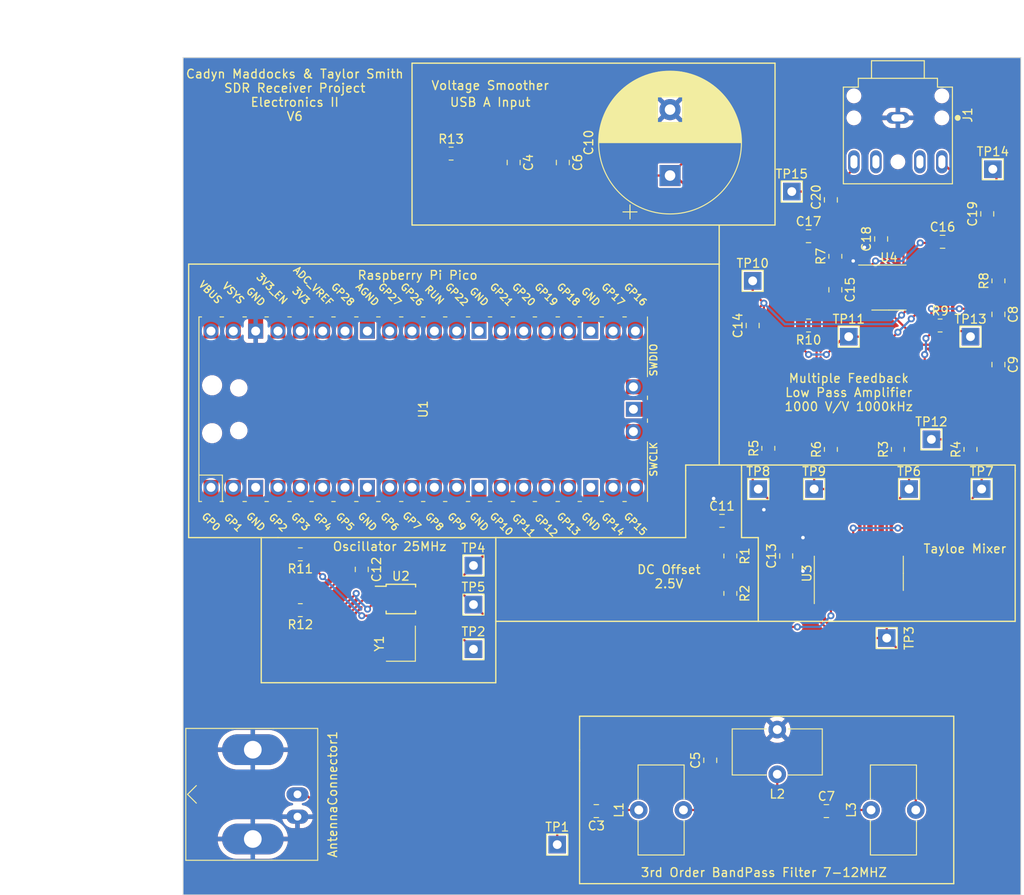
<source format=kicad_pcb>
(kicad_pcb (version 20211014) (generator pcbnew)
  (layers (0 "F.Cu" signal) (31 "B.Cu" signal) (34 "B.Paste" user) (35 "F.Paste" user) (36 "B.SilkS" user "B.Silkscreen") (37 "F.SilkS" user "F.Silkscreen") (38 "B.Mask" user) (39 "F.Mask" user) (44 "Edge.Cuts" user))
  (net 0 "")
  (net 1 "GND")
  (net 2 "Net-(AntennaConnector1-Pad1)")
  (net 3 "Smoothed 5V")
  (net 4 "Net-(C3-Pad1)")
  (net 5 "Net-(C5-Pad1)")
  (net 6 "Net-(C7-Pad2)")
  (net 7 "Net-(C8-Pad1)")
  (net 8 "Net-(C9-Pad1)")
  (net 9 "+3V3")
  (net 10 "Net-(C14-Pad2)")
  (net 11 "Net-(C15-Pad2)")
  (net 12 "Net-(C16-Pad1)")
  (net 13 "Net-(C16-Pad2)")
  (net 14 "Net-(C17-Pad1)")
  (net 15 "Net-(C17-Pad2)")
  (net 16 "/I signal")
  (net 17 "/Q signal")
  (net 18 "Net-(L3-Pad2)")
  (net 19 "/0 degrees")
  (net 20 "/180 degrees")
  (net 21 "/270 degrees")
  (net 22 "/90 degrees")
  (net 23 "/SDA")
  (net 24 "/SCL")
  (net 25 "Net-(TP2-Pad1)")
  (net 26 "Net-(TP4-Pad1)")
  (net 27 "Net-(TP5-Pad1)")
  (net 65 "Net-(U2-Pad2)")
  (net 66 "Net-(U2-Pad3)")
  (net 67 "5V")
  (footprint "Resistor_SMD:R_0805_2012Metric" (layer "F.Cu") (at 121.92 74.93 180)
    (fp_text reference "R10")
    (fp_text value "51")
  )
  (footprint "Resistor_SMD:R_0805_2012Metric" (layer "F.Cu") (at 140.335 89.027 90)
    (fp_text reference "R4")
    (fp_text value "51")
  )
  (footprint "Capacitor_SMD:C_0805_2012Metric" (layer "F.Cu") (at 71.12 102.682 -90)
    (fp_text reference "C12")
    (fp_text value "0.1u")
  )
  (footprint "Crystal:Crystal_SMD_TXC_7M-4Pin_3.2x2.5mm" (layer "F.Cu") (at 75.565 111.125 90)
    (fp_text reference "Y1")
    (fp_text value "CX3225SB 25MHz")
  )
  (footprint "Capacitor_SMD:C_0805_2012Metric" (layer "F.Cu") (at 124.46 60.64 90)
    (fp_text reference "C20")
    (fp_text value "10uF")
  )
  (footprint "Capacitor_SMD:C_0805_2012Metric" (layer "F.Cu") (at 97.79 130.175 180)
    (fp_text reference "C3")
    (fp_text value "130pF")
  )
  (footprint "Resistor_SMD:R_0805_2012Metric" (layer "F.Cu") (at 81.28 55.372)
    (fp_text reference "R13")
    (fp_text value "1")
  )
  (footprint "Resistor_SMD:R_0805_2012Metric" (layer "F.Cu") (at 136.8825 74.93)
    (fp_text reference "R9")
    (fp_text value "51")
  )
  (footprint "TestPoint:TestPoint_THTPad_2.0x2.0mm_Drill1.0mm" (layer "F.Cu") (at 126.492 76.2)
    (fp_text reference "TP11")
    (fp_text value "TestPoint")
  )
  (footprint "CUI_SJ1-3225N:CUI_SJ1-3525N" (layer "F.Cu") (at 132.08 51.308 -90)
    (fp_text reference "J1")
    (fp_text value "SJ1-3525N")
  )
  (footprint "Capacitor_SMD:C_0805_2012Metric" (layer "F.Cu") (at 143.51 79.375 -90)
    (fp_text reference "C9")
    (fp_text value "6.8n")
  )
  (footprint "Resistor_SMD:R_0805_2012Metric" (layer "F.Cu") (at 143.51 69.85 90)
    (fp_text reference "R8")
    (fp_text value "5.1k")
  )
  (footprint "Resistor_SMD:R_0805_2012Metric" (layer "F.Cu") (at 117.348 88.9 90)
    (fp_text reference "R5")
    (fp_text value "51")
  )
  (footprint "Capacitor_SMD:C_0805_2012Metric" (layer "F.Cu") (at 123.952 130.175)
    (fp_text reference "C7")
    (fp_text value "130pF")
  )
  (footprint "Capacitor_SMD:C_0805_2012Metric" (layer "F.Cu") (at 124.968 70.866 -90)
    (fp_text reference "C15")
    (fp_text value "22n")
  )
  (footprint "Connector_Coaxial:BNC_Amphenol_B6252HB-NPP3G-50_Horizontal" (layer "F.Cu") (at 63.81 128.27 90)
    (fp_text reference "AntennaConnector1")
    (fp_text value "Conn_Coaxial")
  )
  (footprint "Inductor_THT:L_Toroid_Vertical_L10.0mm_W5.0mm_P5.08mm" (layer "F.Cu") (at 129.032 130.048 90)
    (fp_text reference "L3")
    (fp_text value "2.7uH")
  )
  (footprint "Capacitor_SMD:C_0805_2012Metric" (layer "F.Cu") (at 119.38 101.1525 90)
    (fp_text reference "C13")
    (fp_text value "0.1u")
  )
  (footprint "TestPoint:TestPoint_THTPad_2.0x2.0mm_Drill1.0mm" (layer "F.Cu") (at 120.015 59.69)
    (fp_text reference "TP15")
    (fp_text value "TestPoint")
  )
  (footprint "Capacitor_THT:CP_Radial_D16.0mm_P7.50mm" (layer "F.Cu") (at 106.172 57.868755 90)
    (fp_text reference "C10")
    (fp_text value "8200uF")
  )
  (footprint "TestPoint:TestPoint_THTPad_2.0x2.0mm_Drill1.0mm" (layer "F.Cu") (at 122.555 93.5325)
    (fp_text reference "TP9")
    (fp_text value "TestPoint")
  )
  (footprint "Capacitor_SMD:C_0805_2012Metric" (layer "F.Cu") (at 112.08 97.155)
    (fp_text reference "C11")
    (fp_text value "0.1u")
  )
  (footprint "TestPoint:TestPoint_THTPad_2.0x2.0mm_Drill1.0mm" (layer "F.Cu") (at 141.605 93.5325)
    (fp_text reference "TP7")
    (fp_text value "TestPoint")
  )
  (footprint "TestPoint:TestPoint_THTPad_2.0x2.0mm_Drill1.0mm" (layer "F.Cu") (at 83.82 111.76)
    (fp_text reference "TP2")
    (fp_text value "TestPoint")
  )
  (footprint "TestPoint:TestPoint_THTPad_2.0x2.0mm_Drill1.0mm" (layer "F.Cu") (at 83.82 102.235)
    (fp_text reference "TP4")
    (fp_text value "TestPoint")
  )
  (footprint "Resistor_SMD:R_0805_2012Metric" (layer "F.Cu") (at 113.03 101.1525 -90)
    (fp_text reference "R1")
    (fp_text value "1000")
  )
  (footprint "TestPoint:TestPoint_THTPad_2.0x2.0mm_Drill1.0mm" (layer "F.Cu") (at 83.82 106.68)
    (fp_text reference "TP5")
    (fp_text value "TestPoint")
  )
  (footprint "Capacitor_SMD:C_0805_2012Metric" (layer "F.Cu") (at 142.24 62.23 90)
    (fp_text reference "C19")
    (fp_text value "10uF")
  )
  (footprint "Resistor_SMD:R_0805_2012Metric" (layer "F.Cu") (at 64.135 100.965 180)
    (fp_text reference "R11")
    (fp_text value "4.7k")
  )
  (footprint "Capacitor_SMD:C_0805_2012Metric" (layer "F.Cu") (at 130.175 65.085 90)
    (fp_text reference "C18")
    (fp_text value "0.1u")
  )
  (footprint "TestPoint:TestPoint_THTPad_2.0x2.0mm_Drill1.0mm" (layer "F.Cu") (at 130.81 110.49)
    (fp_text reference "TP3")
    (fp_text value "TestPoint")
  )
  (footprint "Inductor_THT:L_Toroid_Vertical_L10.0mm_W5.0mm_P5.08mm" (layer "F.Cu") (at 102.616 130.048 90)
    (fp_text reference "L1")
    (fp_text value "2.7uH")
  )
  (footprint "Resistor_SMD:R_0805_2012Metric" (layer "F.Cu") (at 113.03 105.41 -90)
    (fp_text reference "R2")
    (fp_text value "1000")
  )
  (footprint "Resistor_SMD:R_0805_2012Metric" (layer "F.Cu") (at 124.46 89.027 90)
    (fp_text reference "R6")
    (fp_text value "51")
  )
  (footprint "Resistor_SMD:R_0805_2012Metric" (layer "F.Cu") (at 64.135 107.315 180)
    (fp_text reference "R12")
    (fp_text value "4.7k")
  )
  (footprint "Resistor_SMD:R_0805_2012Metric" (layer "F.Cu") (at 124.968 67.056 90)
    (fp_text reference "R7")
    (fp_text value "5.1k")
  )
  (footprint "Capacitor_SMD:C_0805_2012Metric" (layer "F.Cu") (at 121.92 64.77)
    (fp_text reference "C17")
    (fp_text value "1n")
  )
  (footprint "Capacitor_SMD:C_0805_2012Metric" (layer "F.Cu") (at 143.51 73.66 -90)
    (fp_text reference "C8")
    (fp_text value "22n")
  )
  (footprint "TestPoint:TestPoint_THTPad_2.0x2.0mm_Drill1.0mm" (layer "F.Cu") (at 135.89 87.884)
    (fp_text reference "TP12")
    (fp_text value "TestPoint")
  )
  (footprint "TestPoint:TestPoint_THTPad_2.0x2.0mm_Drill1.0mm" (layer "F.Cu") (at 142.875 57.15)
    (fp_text reference "TP14")
    (fp_text value "TestPoint")
  )
  (footprint "Capacitor_SMD:C_0805_2012Metric" (layer "F.Cu") (at 88.392 56.388 -90)
    (fp_text reference "C4")
    (fp_text value "10nF")
  )
  (footprint "TestPoint:TestPoint_THTPad_2.0x2.0mm_Drill1.0mm" (layer "F.Cu") (at 116.205 93.5325)
    (fp_text reference "TP8")
    (fp_text value "TestPoint")
  )
  (footprint "Package_SO:SOIC-16_3.9x9.9mm_P1.27mm" (layer "F.Cu") (at 127.635 103.1225 90)
    (fp_text reference "U3")
    (fp_text value "SN74CBT3253")
  )
  (footprint "Resistor_SMD:R_0805_2012Metric" (layer "F.Cu") (at 132.08 89.027 90)
    (fp_text reference "R3")
    (fp_text value "51")
  )
  (footprint "Package_SO:SOIC-8_3.9x4.9mm_P1.27mm" (layer "F.Cu") (at 131.064 70.612)
    (fp_text reference "U4")
    (fp_text value "LM4562MA")
  )
  (footprint "Capacitor_SMD:C_0805_2012Metric" (layer "F.Cu") (at 93.98 56.388 -90)
    (fp_text reference "C6")
    (fp_text value "100nF")
  )
  (footprint "TestPoint:TestPoint_THTPad_2.0x2.0mm_Drill1.0mm" (layer "F.Cu") (at 133.35 93.5325)
    (fp_text reference "TP6")
    (fp_text value "TestPoint")
  )
  (footprint "TestPoint:TestPoint_THTPad_2.0x2.0mm_Drill1.0mm" (layer "F.Cu") (at 93.345 133.985)
    (fp_text reference "TP1")
    (fp_text value "TestPoint")
  )
  (footprint "Capacitor_SMD:C_0805_2012Metric" (layer "F.Cu") (at 110.744 124.394 90)
    (fp_text reference "C5")
    (fp_text value "2.2nF")
  )
  (footprint "Package_SO:MSOP-10_3x3mm_P0.5mm" (layer "F.Cu") (at 75.565 106.045)
    (fp_text reference "U2")
    (fp_text value "Si5351A-B-GT")
  )
  (footprint "Capacitor_SMD:C_0805_2012Metric" (layer "F.Cu") (at 115.57 74.93 90)
    (fp_text reference "C14")
    (fp_text value "6.8n")
  )
  (footprint "Capacitor_SMD:C_0805_2012Metric" (layer "F.Cu") (at 137.16 65.405)
    (fp_text reference "C16")
    (fp_text value "1n")
  )
  (footprint "TestPoint:TestPoint_THTPad_2.0x2.0mm_Drill1.0mm" (layer "F.Cu") (at 115.57 69.85)
    (fp_text reference "TP10")
    (fp_text value "TestPoint")
  )
  (footprint "Inductor_THT:L_Toroid_Vertical_L10.0mm_W5.0mm_P5.08mm" (layer "F.Cu") (at 118.364 125.984 180)
    (fp_text reference "L2")
    (fp_text value "180nH")
  )
  (footprint "TestPoint:TestPoint_THTPad_2.0x2.0mm_Drill1.0mm" (layer "F.Cu") (at 140.335 76.2)
    (fp_text reference "TP13")
    (fp_text value "TestPoint")
  )
  (footprint "MCU_RaspberryPi_and_Boards:RPi_Pico_SMD_TH" (layer "F.Cu") (at 78.105 84.455 90)
    (fp_text reference "U1")
    (fp_text value "Pico")
  )
  (gr_line (start 107.95 91.44) (end 107.95 99.06) (layer "F.SilkS") (width 0.15))
  (gr_line (start 86.36 99.06) (end 86.36 115.57) (layer "F.SilkS") (width 0.15))
  (gr_line (start 114.3 91.44) (end 114.3 99.06) (layer "F.SilkS") (width 0.15))
  (gr_line (start 111.76 63.5) (end 76.835 63.5) (layer "F.SilkS") (width 0.15))
  (gr_line (start 138.43 138.43) (end 95.885 138.43) (layer "F.SilkS") (width 0.15))
  (gr_line (start 145.415 108.585) (end 145.415 91.44) (layer "F.SilkS") (width 0.15))
  (gr_line (start 116.205 108.585) (end 145.415 108.585) (layer "F.SilkS") (width 0.15))
  (gr_line (start 59.69 99.06) (end 61.595 99.06) (layer "F.SilkS") (width 0.15))
  (gr_line (start 116.205 99.06) (end 116.205 108.585) (layer "F.SilkS") (width 0.15))
  (gr_line (start 138.43 119.38) (end 138.43 138.43) (layer "F.SilkS") (width 0.15))
  (gr_line (start 107.95 91.44) (end 107.95 90.805) (layer "F.SilkS") (width 0.15))
  (gr_line (start 95.885 123.19) (end 95.885 119.38) (layer "F.SilkS") (width 0.15))
  (gr_line (start 76.835 63.5) (end 76.835 45.085) (layer "F.SilkS") (width 0.15))
  (gr_line (start 51.435 99.06) (end 51.435 67.945) (layer "F.SilkS") (width 0.15))
  (gr_line (start 118.11 63.5) (end 118.11 45.085) (layer "F.SilkS") (width 0.15))
  (gr_line (start 111.76 63.5) (end 111.76 67.945) (layer "F.SilkS") (width 0.15))
  (gr_line (start 145.415 90.805) (end 145.415 91.44) (layer "F.SilkS") (width 0.15))
  (gr_line (start 59.69 115.57) (end 59.69 99.06) (layer "F.SilkS") (width 0.15))
  (gr_line (start 114.3 91.44) (end 114.3 90.805) (layer "F.SilkS") (width 0.15))
  (gr_line (start 95.885 124.46) (end 95.885 138.43) (layer "F.SilkS") (width 0.15))
  (gr_line (start 114.3 99.06) (end 116.205 99.06) (layer "F.SilkS") (width 0.15))
  (gr_line (start 59.69 99.06) (end 51.435 99.06) (layer "F.SilkS") (width 0.15))
  (gr_line (start 111.76 63.5) (end 118.11 63.5) (layer "F.SilkS") (width 0.15))
  (gr_line (start 111.76 90.805) (end 107.95 90.805) (layer "F.SilkS") (width 0.15))
  (gr_line (start 86.36 115.57) (end 59.69 115.57) (layer "F.SilkS") (width 0.15))
  (gr_line (start 76.835 45.085) (end 118.11 45.085) (layer "F.SilkS") (width 0.15))
  (gr_line (start 145.415 90.805) (end 111.76 90.805) (layer "F.SilkS") (width 0.15))
  (gr_line (start 95.885 123.19) (end 95.885 124.46) (layer "F.SilkS") (width 0.15))
  (gr_line (start 86.36 99.06) (end 107.95 99.06) (layer "F.SilkS") (width 0.15))
  (gr_line (start 111.76 67.945) (end 111.76 90.805) (layer "F.SilkS") (width 0.15))
  (gr_line (start 51.435 67.945) (end 111.76 67.945) (layer "F.SilkS") (width 0.15))
  (gr_line (start 61.595 99.06) (end 86.36 99.06) (layer "F.SilkS") (width 0.15))
  (gr_line (start 86.36 108.585) (end 116.205 108.585) (layer "F.SilkS") (width 0.15))
  (gr_line (start 95.885 119.38) (end 138.43 119.38) (layer "F.SilkS") (width 0.15))
  (gr_line (start 146.05 44.45) (end 146.05 139.7) (layer "Edge.Cuts") (width 0.1))
  (gr_line (start 50.8 139.7) (end 50.8 44.45) (layer "Edge.Cuts") (width 0.1))
  (gr_line (start 50.8 44.45) (end 146.05 44.45) (layer "Edge.Cuts") (width 0.1))
  (gr_line (start 146.05 139.7) (end 50.8 139.7) (layer "Edge.Cuts") (width 0.1))
  (gr_text "Raspberry Pi Pico\n" (at 77.47 69.215) (layer "F.SilkS") (effects (font (size 1 1))))
  (gr_text "Multiple Feedback\nLow Pass Amplifier\n1000 V/V 1000kHz\n" (at 126.492 82.55) (layer "F.SilkS") (effects (font (size 1 1))))
  (gr_text "Voltage Smoother\n" (at 85.725 47.625) (layer "F.SilkS") (effects (font (size 1 1))))
  (gr_text "Oscillator 25MHz\n" (at 74.295 100.076) (layer "F.SilkS") (effects (font (size 1 1))))
  (gr_text "USB A Input\n" (at 85.725 49.53) (layer "F.SilkS") (effects (font (size 1 1))))
  (gr_text "3rd Order BandPass Filter 7-12MHZ" (at 116.84 137.16) (layer "F.SilkS") (effects (font (size 1 1))))
  (gr_text "Tayloe Mixer\n" (at 139.7 100.33) (layer "F.SilkS") (effects (font (size 1 1))))
  (gr_text "Cadyn Maddocks & Taylor Smith\nSDR Receiver Project\nElectronics II\nV6\n\n" (at 63.5 49.53) (layer "F.SilkS") (effects (font (size 1 1))))
  (gr_text "DC Offset\n2.5V\n" (at 106.045 103.505) (layer "F.SilkS") (effects (font (size 1 1))))
  (segment (start 111.13 97.155) (end 111.13 94.62) (width 0.25) (layer "F.Cu") (net 1))
  (segment (start 76.415 110.025) (end 76.415 110.125) (width 0.25) (layer "F.Cu") (net 1))
  (segment (start 128.275 66.035) (end 128.27 66.04) (width 0.25) (layer "F.Cu") (net 1))
  (segment (start 77.765 106.045) (end 80.01 106.045) (width 0.25) (layer "F.Cu") (net 1))
  (segment (start 76.415 110.125) (end 75.288 111.252) (width 0.25) (layer "F.Cu") (net 1))
  (segment (start 75.288 111.252) (end 72.644 111.252) (width 0.25) (layer "F.Cu") (net 1))
  (segment (start 111.13 94.62) (end 111.125 94.615) (width 0.25) (layer "F.Cu") (net 1))
  (segment (start 130.175 66.035) (end 128.275 66.035) (width 0.25) (layer "F.Cu") (net 1))
  (via (at 128.27 66.04) (size 0.8) (drill 0.4) (layers "F.Cu" "B.Cu") (net 1))
  (via (at 111.125 94.615) (size 0.8) (drill 0.4) (layers "F.Cu" "B.Cu") (net 1))
  (via (at 127 67.58402) (size 0.8) (drill 0.4) (layers "F.Cu" "B.Cu") (net 1))
  (via (at 116.84 95.885) (size 0.8) (drill 0.4) (layers "F.Cu" "B.Cu") (net 1))
  (via (at 121.285 99.06) (size 0.8) (drill 0.4) (layers "F.Cu" "B.Cu") (net 1))
  (via (at 121.285 102.87) (size 0.8) (drill 0.4) (layers "F.Cu" "B.Cu") (net 1))
  (segment (start 128.27 66.31402) (end 127 67.58402) (width 0.25) (layer "B.Cu") (net 1))
  (segment (start 112.395 95.885) (end 116.84 95.885) (width 0.25) (layer "B.Cu") (net 1))
  (segment (start 111.125 94.615) (end 112.395 95.885) (width 0.25) (layer "B.Cu") (net 1))
  (segment (start 128.27 66.04) (end 128.27 66.31402) (width 0.25) (layer "B.Cu") (net 1))
  (segment (start 121.285 99.06) (end 121.285 102.87) (width 0.25) (layer "B.Cu") (net 1))
  (segment (start 93.345 130.175) (end 96.84 130.175) (width 0.25) (layer "F.Cu") (net 2))
  (segment (start 66.675 130.175) (end 64.77 128.27) (width 0.25) (layer "F.Cu") (net 2))
  (segment (start 93.345 130.175) (end 93.345 133.985) (width 0.25) (layer "F.Cu") (net 2))
  (segment (start 64.77 128.27) (end 63.81 128.27) (width 0.25) (layer "F.Cu") (net 2))
  (segment (start 93.345 130.175) (end 66.675 130.175) (width 0.25) (layer "F.Cu") (net 2))
  (segment (start 130.55852 54.86652) (end 130.556 54.864) (width 0.25) (layer "F.Cu") (net 3))
  (segment (start 112.395 63.5) (end 112.395 93.5325) (width 0.25) (layer "F.Cu") (net 3))
  (segment (start 88.326 55.372) (end 88.392 55.438) (width 0.25) (layer "F.Cu") (net 3))
  (segment (start 113.03 94.1675) (end 112.93625 94.07375) (width 0.25) (layer "F.Cu") (net 3))
  (segment (start 132.715 67.883) (end 132.715 64.135) (width 0.25) (layer "F.Cu") (net 3))
  (segment (start 111.208755 52.832) (end 106.172 57.868755) (width 0.25) (layer "F.Cu") (net 3))
  (segment (start 132.715 64.135) (end 130.55852 61.97852) (width 0.25) (layer "F.Cu") (net 3))
  (segment (start 112.395 93.5325) (end 112.93625 94.07375) (width 0.25) (layer "F.Cu") (net 3))
  (segment (start 130.556 52.832) (end 111.208755 52.832) (width 0.25) (layer "F.Cu") (net 3))
  (segment (start 113.03 100.24) (end 113.03 94.1675) (width 0.25) (layer "F.Cu") (net 3))
  (segment (start 133.539 68.707) (end 132.715 67.883) (width 0.25) (layer "F.Cu") (net 3))
  (segment (start 119.825 100.6475) (end 119.38 100.2025) (width 0.25) (layer "F.Cu") (net 3))
  (segment (start 119.065 100.2025) (end 119.38 100.2025) (width 0.25) (layer "F.Cu") (net 3))
  (segment (start 123.19 100.6475) (end 119.825 100.6475) (width 0.25) (layer "F.Cu") (net 3))
  (segment (start 130.55852 63.75148) (end 130.55852 61.97348) (width 0.25) (layer "F.Cu") (net 3))
  (segment (start 112.93625 94.07375) (end 119.065 100.2025) (width 0.25) (layer "F.Cu") (net 3))
  (segment (start 130.556 54.864) (end 130.556 52.832) (width 0.25) (layer "F.Cu") (net 3))
  (segment (start 106.763755 57.868755) (end 112.395 63.5) (width 0.25) (layer "F.Cu") (net 3))
  (segment (start 96.410755 57.868755) (end 93.98 55.438) (width 0.25) (layer "F.Cu") (net 3))
  (segment (start 130.55852 61.97348) (end 130.55852 54.86652) (width 0.25) (layer "F.Cu") (net 3))
  (segment (start 82.1925 55.372) (end 88.326 55.372) (width 0.25) (layer "F.Cu") (net 3))
  (segment (start 130.55852 61.97852) (end 130.55852 61.97348) (width 0.25) (layer "F.Cu") (net 3))
  (segment (start 106.172 57.868755) (end 96.410755 57.868755) (width 0.25) (layer "F.Cu") (net 3))
  (segment (start 130.175 64.135) (end 130.55852 63.75148) (width 0.25) (layer "F.Cu") (net 3))
  (segment (start 106.172 57.868755) (end 106.763755 57.868755) (width 0.25) (layer "F.Cu") (net 3))
  (segment (start 93.98 55.438) (end 88.392 55.438) (width 0.25) (layer "F.Cu") (net 3))
  (segment (start 98.867 130.048) (end 98.74 130.175) (width 0.25) (layer "F.Cu") (net 4))
  (segment (start 102.616 130.048) (end 98.867 130.048) (width 0.25) (layer "F.Cu") (net 4))
  (segment (start 107.696 130.048) (end 118.364 130.048) (width 0.25) (layer "F.Cu") (net 5))
  (segment (start 118.364 125.984) (end 118.364 130.048) (width 0.25) (layer "F.Cu") (net 5))
  (segment (start 118.364 130.048) (end 122.875 130.048) (width 0.25) (layer "F.Cu") (net 5))
  (segment (start 122.875 130.048) (end 123.002 130.175) (width 0.25) (layer "F.Cu") (net 5))
  (segment (start 110.744 125.344) (end 110.744 130.048) (width 0.25) (layer "F.Cu") (net 5))
  (segment (start 125.029 130.048) (end 129.032 130.048) (width 0.25) (layer "F.Cu") (net 6))
  (segment (start 124.902 130.175) (end 125.029 130.048) (width 0.25) (layer "F.Cu") (net 6))
  (segment (start 135.97 74.93) (end 135.97 75.691605) (width 0.25) (layer "F.Cu") (net 7))
  (segment (start 143.51 72.71) (end 143.195 73.025) (width 0.25) (layer "F.Cu") (net 7))
  (segment (start 143.195 73.025) (end 139.065 73.025) (width 0.25) (layer "F.Cu") (net 7))
  (segment (start 135.128 78.232) (end 135.128 85.0665) (width 0.25) (layer "F.Cu") (net 7))
  (segment (start 135.89 73.025) (end 135.89 74.215) (width 0.25) (layer "F.Cu") (net 7))
  (segment (start 135.89 74.215) (end 135.97 74.295) (width 0.25) (layer "F.Cu") (net 7))
  (segment (start 135.128 85.0665) (end 132.08 88.1145) (width 0.25) (layer "F.Cu") (net 7))
  (segment (start 143.51 70.7625) (end 143.51 72.71) (width 0.25) (layer "F.Cu") (net 7))
  (segment (start 135.97 75.691605) (end 135.269085 76.39252) (width 0.25) (layer "F.Cu") (net 7))
  (via (at 135.89 73.025) (size 0.8) (drill 0.4) (layers "F.Cu" "B.Cu") (net 7))
  (via (at 135.269085 76.39252) (size 0.8) (drill 0.4) (layers "F.Cu" "B.Cu") (net 7))
  (via (at 135.128 78.232) (size 0.8) (drill 0.4) (layers "F.Cu" "B.Cu") (net 7))
  (via (at 139.065 73.025) (size 0.8) (drill 0.4) (layers "F.Cu" "B.Cu") (net 7))
  (segment (start 135.269085 76.39252) (end 135.269085 78.090915) (width 0.25) (layer "B.Cu") (net 7))
  (segment (start 139.065 73.025) (end 135.89 73.025) (width 0.25) (layer "B.Cu") (net 7))
  (segment (start 135.269085 78.090915) (end 135.128 78.232) (width 0.25) (layer "B.Cu") (net 7))
  (segment (start 140.335 80.645) (end 136.80702 77.11702) (width 0.25) (layer "F.Cu") (net 8))
  (segment (start 140.335 80.435) (end 142.345 78.425) (width 0.25) (layer "F.Cu") (net 8))
  (segment (start 128.965072 71.247) (end 128.589 71.247) (width 0.25) (layer "F.Cu") (net 8))
  (segment (start 140.335 81.075) (end 140.335 80.435) (width 0.25) (layer "F.Cu") (net 8))
  (segment (start 140.1045 87.884) (end 140.335 88.1145) (width 0.25) (layer "F.Cu") (net 8))
  (segment (start 140.335 81.075) (end 140.335 80.645) (width 0.25) (layer "F.Cu") (net 8))
  (segment (start 135.89 87.884) (end 140.1045 87.884) (width 0.25) (layer "F.Cu") (net 8))
  (segment (start 140.335 81.075) (end 140.335 88.1145) (width 0.25) (layer "F.Cu") (net 8))
  (segment (start 136.80702 77.11702) (end 134.835092 77.11702) (width 0.25) (layer "F.Cu") (net 8))
  (segment (start 134.835092 77.11702) (end 128.965072 71.247) (width 0.25) (layer "F.Cu") (net 8))
  (segment (start 142.345 78.425) (end 143.51 78.425) (width 0.25) (layer "F.Cu") (net 8))
  (segment (start 72.195489 105.215489) (end 71.12 104.14) (width 0.25) (layer "F.Cu") (net 9))
  (segment (start 67.555978 109.855) (end 65.405 109.855) (width 0.25) (layer "F.Cu") (net 9))
  (segment (start 72.195489 105.215489) (end 67.555978 109.855) (width 0.25) (layer "F.Cu") (net 9))
  (segment (start 75.375 105.070489) (end 72.340489 105.070489) (width 0.25) (layer "F.Cu") (net 9))
  (segment (start 65.405 109.855) (end 63.2225 107.6725) (width 0.25) (layer "F.Cu") (net 9))
  (segment (start 62.960489 76.739511) (end 62.960489 100.702989) (width 0.25) (layer "F.Cu") (net 9))
  (segment (start 63.2225 107.6725) (end 63.2225 107.315) (width 0.25) (layer "F.Cu") (net 9))
  (segment (start 77.765 106.545) (end 76.849511 106.545) (width 0.25) (layer "F.Cu") (net 9))
  (segment (start 71.12 104.14) (end 71.12 103.632) (width 0.25) (layer "F.Cu") (net 9))
  (segment (start 62.960489 100.702989) (end 63.2225 100.965) (width 0.25) (layer "F.Cu") (net 9))
  (segment (start 72.340489 105.070489) (end 72.195489 105.215489) (width 0.25) (layer "F.Cu") (net 9))
  (segment (start 64.135 75.565) (end 62.960489 76.739511) (width 0.25) (layer "F.Cu") (net 9))
  (segment (start 63.2225 100.965) (end 63.2225 107.315) (width 0.25) (layer "F.Cu") (net 9))
  (segment (start 76.849511 106.545) (end 75.375 105.070489) (width 0.25) (layer "F.Cu") (net 9))
  (segment (start 117.348 87.9875) (end 117.348 74.168) (width 0.25) (layer "F.Cu") (net 10))
  (segment (start 133.539 72.709) (end 132.495335 73.752665) (width 0.25) (layer "F.Cu") (net 10))
  (segment (start 116.84 72.39) (end 115.57 71.12) (width 0.25) (layer "F.Cu") (net 10))
  (segment (start 115.775 73.455) (end 116.84 72.39) (width 0.25) (layer "F.Cu") (net 10))
  (segment (start 117.348 74.168) (end 116.84 73.66) (width 0.25) (layer "F.Cu") (net 10))
  (segment (start 115.57 71.12) (end 115.57 69.85) (width 0.25) (layer "F.Cu") (net 10))
  (segment (start 116.84 73.66) (end 116.84 72.39) (width 0.25) (layer "F.Cu") (net 10))
  (via (at 116.84 72.39) (size 0.8) (drill 0.4) (layers "F.Cu" "B.Cu") (net 10))
  (via (at 132.495335 73.752665) (size 0.8) (drill 0.4) (layers "F.Cu" "B.Cu") (net 10))
  (segment (start 132.495335 73.752665) (end 131.470737 74.777263) (width 0.25) (layer "B.Cu") (net 10))
  (segment (start 119.227263 74.777263) (end 116.84 72.39) (width 0.25) (layer "B.Cu") (net 10))
  (segment (start 131.470737 74.777263) (end 119.227263 74.777263) (width 0.25) (layer "B.Cu") (net 10))
  (segment (start 123.91848 70.76648) (end 123.91848 69.01802) (width 0.25) (layer "F.Cu") (net 11))
  (segment (start 122.8325 86.487) (end 124.46 88.1145) (width 0.25) (layer "F.Cu") (net 11))
  (segment (start 123.91848 69.01802) (end 124.968 67.9685) (width 0.25) (layer "F.Cu") (net 11))
  (segment (start 122.8325 74.93) (end 122.8325 86.487) (width 0.25) (layer "F.Cu") (net 11))
  (segment (start 122.8325 73.9515) (end 124.968 71.816) (width 0.25) (layer "F.Cu") (net 11))
  (segment (start 124.968 71.816) (end 123.91848 70.76648) (width 0.25) (layer "F.Cu") (net 11))
  (segment (start 122.8325 74.93) (end 122.8325 73.9515) (width 0.25) (layer "F.Cu") (net 11))
  (segment (start 128.589 68.53502) (end 129.54 67.58402) (width 0.25) (layer "F.Cu") (net 12))
  (segment (start 143.28952 62.13048) (end 143.28952 57.56452) (width 0.25) (layer "F.Cu") (net 12))
  (segment (start 143.51 64.77) (end 143.51 68.9375) (width 0.25) (layer "F.Cu") (net 12))
  (segment (start 142.24 63.18) (end 143.28952 62.13048) (width 0.25) (layer "F.Cu") (net 12))
  (segment (start 128.589 68.707) (end 128.589 68.53502) (width 0.25) (layer "F.Cu") (net 12))
  (segment (start 143.28952 57.56452) (end 142.875 57.15) (width 0.25) (layer "F.Cu") (net 12))
  (segment (start 141.412 64.008) (end 142.24 63.18) (width 0.25) (layer "F.Cu") (net 12))
  (segment (start 137.607 64.008) (end 141.412 64.008) (width 0.25) (layer "F.Cu") (net 12))
  (segment (start 136.21 65.405) (end 137.607 64.008) (width 0.25) (layer "F.Cu") (net 12))
  (segment (start 142.24 63.18) (end 142.24 63.5) (width 0.25) (layer "F.Cu") (net 12))
  (segment (start 142.24 63.5) (end 143.51 64.77) (width 0.25) (layer "F.Cu") (net 12))
  (segment (start 134.62 65.532) (end 136.083 65.532) (width 0.25) (layer "F.Cu") (net 12))
  (segment (start 136.083 65.532) (end 136.21 65.405) (width 0.25) (layer "F.Cu") (net 12))
  (via (at 129.54 67.58402) (size 0.8) (drill 0.4) (layers "F.Cu" "B.Cu") (net 12))
  (via (at 134.62 65.532) (size 0.8) (drill 0.4) (layers "F.Cu" "B.Cu") (net 12))
  (segment (start 132.56798 67.58402) (end 134.62 65.532) (width 0.25) (layer "B.Cu") (net 12))
  (segment (start 129.54 67.58402) (end 132.56798 67.58402) (width 0.25) (layer "B.Cu") (net 12))
  (segment (start 138.11 69.32736) (end 136.81488 70.62248) (width 0.25) (layer "F.Cu") (net 13))
  (segment (start 132.06952 70.62248) (end 131.42404 69.977) (width 0.25) (layer "F.Cu") (net 13))
  (segment (start 137.795 71.6026) (end 136.81488 70.62248) (width 0.25) (layer "F.Cu") (net 13))
  (segment (start 138.11 65.405) (end 138.11 69.32736) (width 0.25) (layer "F.Cu") (net 13))
  (segment (start 137.795 74.93) (end 138.43 75.565) (width 0.25) (layer "F.Cu") (net 13))
  (segment (start 137.795 74.295) (end 137.795 71.6026) (width 0.25) (layer "F.Cu") (net 13))
  (segment (start 136.81488 70.62248) (end 132.06952 70.62248) (width 0.25) (layer "F.Cu") (net 13))
  (segment (start 131.42404 69.977) (end 128.589 69.977) (width 0.25) (layer "F.Cu") (net 13))
  (segment (start 138.43 75.565) (end 140.335 75.565) (width 0.25) (layer "F.Cu") (net 13))
  (segment (start 121.0075 64.8075) (end 120.97 64.77) (width 0.25) (layer "F.Cu") (net 14))
  (segment (start 125.984 76.2) (end 126.492 76.2) (width 0.25) (layer "F.Cu") (net 14))
  (segment (start 133.539 71.247) (end 133.915072 71.247) (width 0.25) (layer "F.Cu") (net 14))
  (segment (start 131.572 76.2) (end 126.492 76.2) (width 0.25) (layer "F.Cu") (net 14))
  (segment (start 121.0075 77.3195) (end 121.92 78.232) (width 0.25) (layer "F.Cu") (net 14))
  (segment (start 134.83852 72.93348) (end 133.604 74.168) (width 0.25) (layer "F.Cu") (net 14))
  (segment (start 121.0075 74.93) (end 121.0075 77.3195) (width 0.25) (layer "F.Cu") (net 14))
  (segment (start 132.08 75.692) (end 131.572 76.2) (width 0.25) (layer "F.Cu") (net 14))
  (segment (start 121.0075 74.93) (end 121.0075 64.8075) (width 0.25) (layer "F.Cu") (net 14))
  (segment (start 133.915072 71.247) (end 134.83852 72.170448) (width 0.25) (layer "F.Cu") (net 14))
  (segment (start 134.83852 72.170448) (end 134.83852 72.93348) (width 0.25) (layer "F.Cu") (net 14))
  (segment (start 123.952 78.232) (end 125.984 76.2) (width 0.25) (layer "F.Cu") (net 14))
  (via (at 133.604 74.168) (size 0.8) (drill 0.4) (layers "F.Cu" "B.Cu") (net 14))
  (via (at 123.952 78.232) (size 0.8) (drill 0.4) (layers "F.Cu" "B.Cu") (net 14))
  (via (at 121.92 78.232) (size 0.8) (drill 0.4) (layers "F.Cu" "B.Cu") (net 14))
  (via (at 132.08 75.692) (size 0.8) (drill 0.4) (layers "F.Cu" "B.Cu") (net 14))
  (segment (start 133.604 74.168) (end 132.08 75.692) (width 0.25) (layer "B.Cu") (net 14))
  (segment (start 121.92 78.232) (end 123.952 78.232) (width 0.25) (layer "B.Cu") (net 14))
  (segment (start 133.162928 69.977) (end 133.539 69.977) (width 0.25) (layer "F.Cu") (net 15))
  (segment (start 124.46 61.59) (end 124.46 63.18) (width 0.25) (layer "F.Cu") (net 15))
  (segment (start 130.045448 66.85952) (end 133.162928 69.977) (width 0.25) (layer "F.Cu") (net 15))
  (segment (start 124.46 61.59) (end 122.56 59.69) (width 0.25) (layer "F.Cu") (net 15))
  (segment (start 122.56 59.69) (end 120.015 59.69) (width 0.25) (layer "F.Cu") (net 15))
  (segment (start 124.2435 66.1435) (end 124.968 66.1435) (width 0.25) (layer "F.Cu") (net 15))
  (segment (start 122.87 64.77) (end 124.2435 66.1435) (width 0.25) (layer "F.Cu") (net 15))
  (segment (start 125.68402 66.85952) (end 130.045448 66.85952) (width 0.25) (layer "F.Cu") (net 15))
  (segment (start 124.968 66.1435) (end 125.68402 66.85952) (width 0.25) (layer "F.Cu") (net 15))
  (segment (start 124.46 63.18) (end 122.87 64.77) (width 0.25) (layer "F.Cu") (net 15))
  (segment (start 142.052 61.28) (end 142.24 61.28) (width 0.25) (layer "F.Cu") (net 16))
  (segment (start 137.08 56.308) (end 142.052 61.28) (width 0.25) (layer "F.Cu") (net 16))
  (segment (start 127.08 56.308) (end 127.08 57.07) (width 0.25) (layer "F.Cu") (net 17))
  (segment (start 127.08 57.07) (end 124.46 59.69) (width 0.25) (layer "F.Cu") (net 17))
  (segment (start 130.81 105.5975) (end 130.81 110.49) (width 0.25) (layer "F.Cu") (net 18))
  (segment (start 131.43452 104.33798) (end 131.43452 101.86298) (width 0.25) (layer "F.Cu") (net 18))
  (segment (start 134.112 113.792) (end 130.81 110.49) (width 0.25) (layer "F.Cu") (net 18))
  (segment (start 125.095 110.49) (end 130.81 110.49) (width 0.25) (layer "F.Cu") (net 18))
  (segment (start 131.43452 101.86298) (end 132.08 101.2175) (width 0.25) (layer "F.Cu") (net 18))
  (segment (start 130.81 104.9625) (end 131.43452 104.33798) (width 0.25) (layer "F.Cu") (net 18))
  (segment (start 113.03 102.065) (end 113.03 104.4975) (width 0.25) (layer "F.Cu") (net 18))
  (segment (start 113.03 104.4975) (end 119.1025 104.4975) (width 0.25) (layer "F.Cu") (net 18))
  (segment (start 119.1025 104.4975) (end 125.095 110.49) (width 0.25) (layer "F.Cu") (net 18))
  (segment (start 134.112 130.048) (end 134.112 113.792) (width 0.25) (layer "F.Cu") (net 18))
  (segment (start 130.175 104.3925) (end 129.605 104.9625) (width 0.25) (layer "F.Cu") (net 19))
  (segment (start 130.81 100.0125) (end 130.81 101.2175) (width 0.25) (layer "F.Cu") (net 19))
  (segment (start 133.35 93.5325) (end 133.35 91.415) (width 0.25) (layer "F.Cu") (net 19))
  (segment (start 130.81 100.6475) (end 130.81 96.0725) (width 0.25) (layer "F.Cu") (net 19))
  (segment (start 130.81 101.2175) (end 130.175 101.8525) (width 0.25) (layer "F.Cu") (net 19))
  (segment (start 129.605 104.9625) (end 129.54 104.9625) (width 0.25) (layer "F.Cu") (net 19))
  (segment (start 133.35 91.415) (end 132.08 90.145) (width 0.25) (layer "F.Cu") (net 19))
  (segment (start 130.175 101.8525) (end 130.175 104.3925) (width 0.25) (layer "F.Cu") (net 19))
  (segment (start 130.81 96.0725) (end 133.35 93.5325) (width 0.25) (layer "F.Cu") (net 19))
  (segment (start 126.365 104.3925) (end 125.795 104.9625) (width 0.25) (layer "F.Cu") (net 20))
  (segment (start 127 101.2175) (end 126.365 101.8525) (width 0.25) (layer "F.Cu") (net 20))
  (segment (start 132.08 97.9775) (end 137.16 97.9775) (width 0.25) (layer "F.Cu") (net 20))
  (segment (start 125.795 104.9625) (end 125.73 104.9625) (width 0.25) (layer "F.Cu") (net 20))
  (segment (start 137.16 97.9775) (end 141.605 93.5325) (width 0.25) (layer "F.Cu") (net 20))
  (segment (start 126.365 101.8525) (end 126.365 104.3925) (width 0.25) (layer "F.Cu") (net 20))
  (segment (start 141.605 91.415) (end 140.335 90.145) (width 0.25) (layer "F.Cu") (net 20))
  (segment (start 127 100.6475) (end 127 97.9775) (width 0.25) (layer "F.Cu") (net 20))
  (segment (start 141.605 93.5325) (end 141.605 91.415) (width 0.25) (layer "F.Cu") (net 20))
  (segment (start 127 100.0125) (end 127 101.2175) (width 0.25) (layer "F.Cu") (net 20))
  (via (at 127 97.9775) (size 0.8) (drill 0.4) (layers "F.Cu" "B.Cu") (net 20))
  (via (at 132.08 97.9775) (size 0.8) (drill 0.4) (layers "F.Cu" "B.Cu") (net 20))
  (segment (start 127 97.9775) (end 131.445 97.9775) (width 0.25) (layer "B.Cu") (net 20))
  (segment (start 131.445 97.9775) (end 132.08 97.9775) (width 0.25) (layer "B.Cu") (net 20))
  (segment (start 128.27 100.0125) (end 128.27 101.2175) (width 0.25) (layer "F.Cu") (net 21))
  (segment (start 115.57 92.05) (end 117.475 90.145) (width 0.25) (layer "F.Cu") (net 21))
  (segment (start 127.635 104.3925) (end 127.065 104.9625) (width 0.25) (layer "F.Cu") (net 21))
  (segment (start 119.38 96.7075) (end 115.57 92.8975) (width 0.25) (layer "F.Cu") (net 21))
  (segment (start 115.57 92.8975) (end 115.57 92.05) (width 0.25) (layer "F.Cu") (net 21))
  (segment (start 127.065 104.9625) (end 127 104.9625) (width 0.25) (layer "F.Cu") (net 21))
  (segment (start 127.635 101.8525) (end 127.635 104.3925) (width 0.25) (layer "F.Cu") (net 21))
  (segment (start 128.27 96.7075) (end 119.38 96.7075) (width 0.25) (layer "F.Cu") (net 21))
  (segment (start 128.27 100.6475) (end 128.27 96.7075) (width 0.25) (layer "F.Cu") (net 21))
  (segment (start 128.27 101.2175) (end 127.635 101.8525) (width 0.25) (layer "F.Cu") (net 21))
  (segment (start 128.905 104.3925) (end 128.335 104.9625) (width 0.25) (layer "F.Cu") (net 22))
  (segment (start 129.54 101.2175) (end 128.905 101.8525) (width 0.25) (layer "F.Cu") (net 22))
  (segment (start 129.54 96.0725) (end 127 93.5325) (width 0.25) (layer "F.Cu") (net 22))
  (segment (start 127 93.5325) (end 122.555 93.5325) (width 0.25) (layer "F.Cu") (net 22))
  (segment (start 122.555 92.05) (end 124.46 90.145) (width 0.25) (layer "F.Cu") (net 22))
  (segment (start 129.54 100.0125) (end 129.54 101.2175) (width 0.25) (layer "F.Cu") (net 22))
  (segment (start 128.335 104.9625) (end 128.27 104.9625) (width 0.25) (layer "F.Cu") (net 22))
  (segment (start 128.905 101.8525) (end 128.905 104.3925) (width 0.25) (layer "F.Cu") (net 22))
  (segment (start 122.555 93.5325) (end 122.555 92.05) (width 0.25) (layer "F.Cu") (net 22))
  (segment (start 129.54 100.6475) (end 129.54 96.0725) (width 0.25) (layer "F.Cu") (net 22))
  (segment (start 66.675 93.345) (end 66.675 99.3375) (width 0.25) (layer "F.Cu") (net 23))
  (segment (start 65.0475 101.8775) (end 65.0475 100.965) (width 0.25) (layer "F.Cu") (net 23))
  (segment (start 73.365 107.045) (end 72.46 107.95) (width 0.25) (layer "F.Cu") (net 23))
  (segment (start 66.675 99.3375) (end 65.0475 100.965) (width 0.25) (layer "F.Cu") (net 23))
  (segment (start 66.675 103.505) (end 65.0475 101.8775) (width 0.25) (layer "F.Cu") (net 23))
  (segment (start 72.46 107.95) (end 71.12 107.95) (width 0.25) (layer "F.Cu") (net 23))
  (via (at 71.12 107.95) (size 0.8) (drill 0.4) (layers "F.Cu" "B.Cu") (net 23))
  (via (at 66.675 103.505) (size 0.8) (drill 0.4) (layers "F.Cu" "B.Cu") (net 23))
  (segment (start 71.12 107.95) (end 66.675 103.505) (width 0.25) (layer "B.Cu") (net 23))
  (segment (start 72.432145 106.545) (end 73.365 106.545) (width 0.25) (layer "F.Cu") (net 24))
  (segment (start 69.215 93.345) (end 69.215 103.1475) (width 0.25) (layer "F.Cu") (net 24))
  (segment (start 71.778801 107.198344) (end 72.432145 106.545) (width 0.25) (layer "F.Cu") (net 24))
  (segment (start 70.485 105.41) (end 68.58 107.315) (width 0.25) (layer "F.Cu") (net 24))
  (segment (start 68.58 107.315) (end 65.0475 107.315) (width 0.25) (layer "F.Cu") (net 24))
  (segment (start 69.215 103.1475) (end 65.0475 107.315) (width 0.25) (layer "F.Cu") (net 24))
  (via (at 71.778801 107.198344) (size 0.8) (drill 0.4) (layers "F.Cu" "B.Cu") (net 24))
  (via (at 70.485 105.41) (size 0.8) (drill 0.4) (layers "F.Cu" "B.Cu") (net 24))
  (segment (start 70.485 105.41) (end 70.485 105.904543) (width 0.25) (layer "B.Cu") (net 24))
  (segment (start 70.485 105.904543) (end 71.778801 107.198344) (width 0.25) (layer "B.Cu") (net 24))
  (segment (start 79.105 107.045) (end 83.82 111.76) (width 0.25) (layer "F.Cu") (net 25))
  (segment (start 77.765 107.045) (end 79.105 107.045) (width 0.25) (layer "F.Cu") (net 25))
  (segment (start 125.73 101.023572) (end 125.73 100.6475) (width 0.25) (layer "F.Cu") (net 26))
  (segment (start 83.82 102.235) (end 84.97798 101.07702) (width 0.25) (layer "F.Cu") (net 26))
  (segment (start 77.765 105.045) (end 81.01 105.045) (width 0.25) (layer "F.Cu") (net 26))
  (segment (start 122.843448 101.94702) (end 124.806552 101.94702) (width 0.25) (layer "F.Cu") (net 26))
  (segment (start 124.806552 101.94702) (end 125.73 101.023572) (width 0.25) (layer "F.Cu") (net 26))
  (segment (start 84.82702 101.22798) (end 122.124408 101.22798) (width 0.25) (layer "F.Cu") (net 26))
  (segment (start 83.82 102.235) (end 84.82702 101.22798) (width 0.25) (layer "F.Cu") (net 26))
  (segment (start 122.124408 101.22798) (end 122.843448 101.94702) (width 0.25) (layer "F.Cu") (net 26))
  (segment (start 81.01 105.045) (end 83.82 102.235) (width 0.25) (layer "F.Cu") (net 26))
  (segment (start 124.46 107.95) (end 124.46 105.5975) (width 0.25) (layer "F.Cu") (net 27))
  (segment (start 83.82 106.68) (end 86.36 109.22) (width 0.25) (layer "F.Cu") (net 27))
  (segment (start 120.015 109.22) (end 120.65 109.22) (width 0.25) (layer "F.Cu") (net 27))
  (segment (start 82.685 105.545) (end 83.82 106.68) (width 0.25) (layer "F.Cu") (net 27))
  (segment (start 77.765 105.545) (end 82.685 105.545) (width 0.25) (layer "F.Cu") (net 27))
  (segment (start 86.36 109.22) (end 120.015 109.22) (width 0.25) (layer "F.Cu") (net 27))
  (via (at 124.46 107.95) (size 0.8) (drill 0.4) (layers "F.Cu" "B.Cu") (net 27))
  (via (at 120.65 109.22) (size 0.8) (drill 0.4) (layers "F.Cu" "B.Cu") (net 27))
  (segment (start 123.19 109.22) (end 124.46 107.95) (width 0.25) (layer "B.Cu") (net 27))
  (segment (start 120.65 109.22) (end 123.19 109.22) (width 0.25) (layer "B.Cu") (net 27))
  (segment (start 77.339511 108.384771) (end 77.339511 111.300489) (width 0.25) (layer "F.Cu") (net 65))
  (segment (start 77.339511 111.300489) (end 76.415 112.225) (width 0.25) (layer "F.Cu") (net 65))
  (segment (start 74.49974 105.545) (end 77.339511 108.384771) (width 0.25) (layer "F.Cu") (net 65))
  (segment (start 73.365 105.545) (end 74.49974 105.545) (width 0.25) (layer "F.Cu") (net 65))
  (segment (start 74.715 106.395978) (end 74.364022 106.045) (width 0.25) (layer "F.Cu") (net 66))
  (segment (start 74.364022 106.045) (end 73.66 106.045) (width 0.25) (layer "F.Cu") (net 66))
  (segment (start 74.715 110.025) (end 74.715 106.395978) (width 0.25) (layer "F.Cu") (net 66))
  (segment (start 53.975 62.865) (end 61.468 55.372) (width 0.25) (layer "F.Cu") (net 67))
  (segment (start 53.975 75.565) (end 53.975 62.865) (width 0.25) (layer "F.Cu") (net 67))
  (segment (start 61.468 55.372) (end 80.3675 55.372) (width 0.25) (layer "F.Cu") (net 67))
  (zone (net 1) (net_name "GND") (layers F&B.Cu) (connect_pads (clearance 0)) (min_thickness 0.254) (fill yes (thermal_gap 0.508) (thermal_bridge_width 0.508))
    (polygon (pts (xy 146.05 139.7) (xy 50.8 139.7) (xy 50.8 44.45) (xy 146.05 44.45)))
  )
)
</source>
